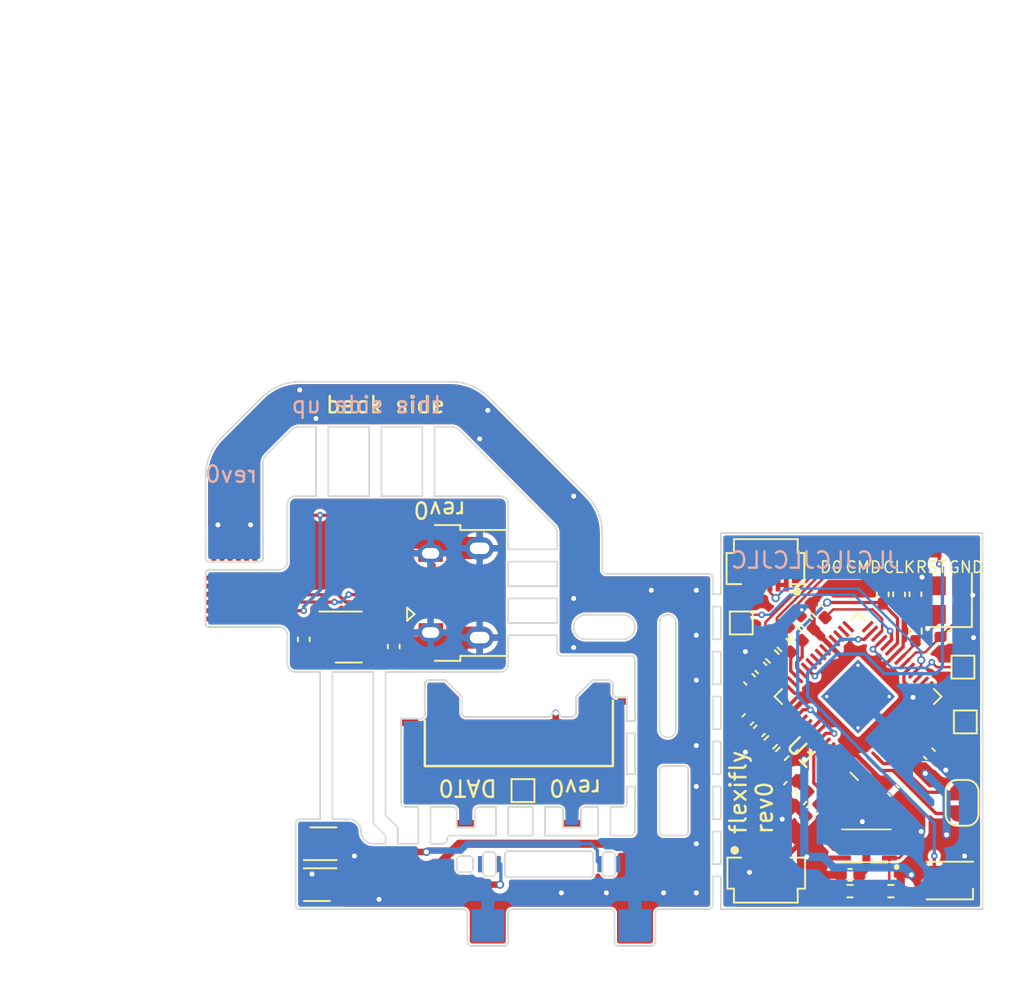
<source format=kicad_pcb>
(kicad_pcb (version 20221018) (generator pcbnew)

  (general
    (thickness 0.115)
  )

  (paper "A4")
  (layers
    (0 "F.Cu" signal)
    (31 "B.Cu" signal)
    (32 "B.Adhes" user "B.Adhesive")
    (33 "F.Adhes" user "F.Adhesive")
    (34 "B.Paste" user)
    (35 "F.Paste" user)
    (36 "B.SilkS" user "B.Silkscreen")
    (37 "F.SilkS" user "F.Silkscreen")
    (38 "B.Mask" user)
    (39 "F.Mask" user)
    (40 "Dwgs.User" user "User.Drawings")
    (41 "Cmts.User" user "User.Comments")
    (42 "Eco1.User" user "User.Eco1")
    (43 "Eco2.User" user "User.Eco2")
    (44 "Edge.Cuts" user)
    (45 "Margin" user)
    (46 "B.CrtYd" user "B.Courtyard")
    (47 "F.CrtYd" user "F.Courtyard")
    (48 "B.Fab" user)
    (49 "F.Fab" user)
    (50 "User.1" user)
    (51 "User.2" user)
    (52 "User.3" user)
    (53 "User.4" user)
    (54 "User.5" user)
    (55 "User.6" user)
    (56 "User.7" user)
    (57 "User.8" user)
    (58 "User.9" user)
  )

  (setup
    (stackup
      (layer "F.SilkS" (type "Top Silk Screen"))
      (layer "F.Paste" (type "Top Solder Paste"))
      (layer "F.Mask" (type "Top Solder Mask") (thickness 0.01))
      (layer "F.Cu" (type "copper") (thickness 0.035))
      (layer "dielectric 1" (type "core") (color "Polyimide") (thickness 0.025) (material "Polyimide") (epsilon_r 3.2) (loss_tangent 0.004))
      (layer "B.Cu" (type "copper") (thickness 0.035))
      (layer "B.Mask" (type "Bottom Solder Mask") (thickness 0.01))
      (layer "B.Paste" (type "Bottom Solder Paste"))
      (layer "B.SilkS" (type "Bottom Silk Screen"))
      (copper_finish "None")
      (dielectric_constraints no)
    )
    (pad_to_mask_clearance 0)
    (pcbplotparams
      (layerselection 0x00410fc_ffffffff)
      (plot_on_all_layers_selection 0x0000000_00000000)
      (disableapertmacros false)
      (usegerberextensions true)
      (usegerberattributes true)
      (usegerberadvancedattributes true)
      (creategerberjobfile false)
      (dashed_line_dash_ratio 12.000000)
      (dashed_line_gap_ratio 3.000000)
      (svgprecision 4)
      (plotframeref false)
      (viasonmask false)
      (mode 1)
      (useauxorigin false)
      (hpglpennumber 1)
      (hpglpenspeed 20)
      (hpglpendiameter 15.000000)
      (dxfpolygonmode true)
      (dxfimperialunits true)
      (dxfusepcbnewfont true)
      (psnegative false)
      (psa4output false)
      (plotreference true)
      (plotvalue false)
      (plotinvisibletext false)
      (sketchpadsonfab false)
      (subtractmaskfromsilk true)
      (outputformat 1)
      (mirror false)
      (drillshape 0)
      (scaleselection 1)
      (outputdirectory "production")
    )
  )

  (net 0 "")
  (net 1 "+3V3")
  (net 2 "GND")
  (net 3 "/XIN")
  (net 4 "Net-(C3-Pad2)")
  (net 5 "+1V1")
  (net 6 "GND1")
  (net 7 "VBUS")
  (net 8 "/STATUS_LED")
  (net 9 "Net-(J6-Pin_3)")
  (net 10 "GND2")
  (net 11 "/QSPI_~{CS}")
  (net 12 "/~{USB_BOOT}")
  (net 13 "/XOUT")
  (net 14 "/USB_DP")
  (net 15 "/DP")
  (net 16 "/NX_CLK")
  (net 17 "Net-(U1-GPIO27_ADC1)")
  (net 18 "/NX_CMD")
  (net 19 "Net-(U1-GPIO28_ADC2)")
  (net 20 "/NX_D0")
  (net 21 "Net-(U1-GPIO29_ADC3)")
  (net 22 "/RP2040_~{USB_BOOT}")
  (net 23 "/TRAINING_RESET_A")
  (net 24 "/TRAINING_RESET_B")
  (net 25 "unconnected-(U1-GPIO2-Pad4)")
  (net 26 "unconnected-(U1-GPIO3-Pad5)")
  (net 27 "unconnected-(U1-GPIO4-Pad6)")
  (net 28 "unconnected-(U1-GPIO5-Pad7)")
  (net 29 "unconnected-(U1-GPIO6-Pad8)")
  (net 30 "unconnected-(U1-GPIO7-Pad9)")
  (net 31 "unconnected-(U1-GPIO8-Pad11)")
  (net 32 "unconnected-(U1-GPIO9-Pad12)")
  (net 33 "unconnected-(U1-GPIO10-Pad13)")
  (net 34 "unconnected-(U1-GPIO11-Pad14)")
  (net 35 "unconnected-(U1-GPIO12-Pad15)")
  (net 36 "unconnected-(U1-GPIO13-Pad16)")
  (net 37 "unconnected-(U1-GPIO14-Pad17)")
  (net 38 "/NX_CPU")
  (net 39 "/SWCLK")
  (net 40 "/SWD")
  (net 41 "/RUN")
  (net 42 "unconnected-(U1-GPIO17-Pad28)")
  (net 43 "unconnected-(U1-GPIO18-Pad29)")
  (net 44 "unconnected-(U1-GPIO19-Pad30)")
  (net 45 "unconnected-(U1-GPIO20-Pad31)")
  (net 46 "unconnected-(U1-GPIO21-Pad32)")
  (net 47 "unconnected-(U1-GPIO22-Pad34)")
  (net 48 "unconnected-(U1-GPIO23-Pad35)")
  (net 49 "unconnected-(U1-GPIO24-Pad36)")
  (net 50 "unconnected-(U1-GPIO25-Pad37)")
  (net 51 "/NX_RST")
  (net 52 "/QSPI_SD3")
  (net 53 "/QSPI_CLK")
  (net 54 "/QSPI_SD0")
  (net 55 "/QSPI_SD2")
  (net 56 "/QSPI_SD1")
  (net 57 "/D+")
  (net 58 "/D-")
  (net 59 "Net-(C16-Pad1)")
  (net 60 "Net-(C15-Pad1)")
  (net 61 "/DAT0")
  (net 62 "unconnected-(J3-ID-Pad4)")
  (net 63 "/USB_DN")
  (net 64 "/DN")
  (net 65 "unconnected-(C15-Pad2)")
  (net 66 "unconnected-(C16-Pad2)")
  (net 67 "unconnected-(J2-Pin_1-Pad1)")
  (net 68 "unconnected-(J2-Pin_2-Pad2)")
  (net 69 "unconnected-(J2-Pin_5-Pad5)")
  (net 70 "unconnected-(J2-Pin_6-Pad6)")
  (net 71 "unconnected-(D1-DOUT-Pad1)")

  (footprint "TestPoint:TestPoint_Pad_1.0x1.0mm" (layer "F.Cu") (at 129 57.75))

  (footprint "Capacitor_SMD:C_0402_1005Metric_Pad0.74x0.62mm_HandSolder" (layer "F.Cu") (at 140.5 65.75 135))

  (footprint "Capacitor_SMD:C_0402_1005Metric_Pad0.74x0.62mm_HandSolder" (layer "F.Cu") (at 130.1 64.35 45))

  (footprint "Capacitor_SMD:C_0402_1005Metric_Pad0.74x0.62mm_HandSolder" (layer "F.Cu") (at 139.65 56 -90))

  (footprint "Resistor_SMD:R_0402_1005Metric_Pad0.72x0.64mm_HandSolder" (layer "F.Cu") (at 133.7 57 -45))

  (footprint "TestPoint:TestPoint_Pad_1.0x1.0mm" (layer "F.Cu") (at 115.65 68 180))

  (footprint "Capacitor_SMD:C_0402_1005Metric_Pad0.74x0.62mm_HandSolder" (layer "F.Cu") (at 137.65 56 -90))

  (footprint "flexifly:FPC_1x06_P0.50mm" (layer "F.Cu") (at 97 56.25 90))

  (footprint "TestPoint:TestPoint_Pad_1.0x1.0mm" (layer "F.Cu") (at 138.75 53.25))

  (footprint "TestPoint:TestPoint_Pad_1.0x1.0mm" (layer "F.Cu") (at 142.75 53.25))

  (footprint "TestPoint:TestPoint_Pad_1.0x1.0mm" (layer "F.Cu") (at 142.55 60.45))

  (footprint "flexifly:HCTL_HC-FPC-05-09-6RLTAG_1x06-1MP_P0.50mm_Horizontal" (layer "F.Cu") (at 130.5 52.525 180))

  (footprint "flexifly:dat0_adapter" (layer "F.Cu") (at 115.4 63.5 180))

  (footprint "TestPoint:TestPoint_Pad_1.0x1.0mm" (layer "F.Cu") (at 140.75 53.25))

  (footprint "Capacitor_SMD:C_0402_1005Metric_Pad0.74x0.62mm_HandSolder" (layer "F.Cu") (at 133.35 69.2 45))

  (footprint "Crystal:Crystal_SMD_2520-4Pin_2.5x2.0mm" (layer "F.Cu") (at 141.7 56.35 90))

  (footprint "Capacitor_SMD:C_0402_1005Metric_Pad0.74x0.62mm_HandSolder" (layer "F.Cu") (at 131.95 67.8 45))

  (footprint "Resistor_SMD:R_0402_1005Metric_Pad0.72x0.64mm_HandSolder" (layer "F.Cu") (at 131.5 65.75 45))

  (footprint "Capacitor_SMD:C_0402_1005Metric_Pad0.74x0.62mm_HandSolder" (layer "F.Cu") (at 138.3 68 135))

  (footprint "Capacitor_SMD:C_0402_1005Metric_Pad0.74x0.62mm_HandSolder" (layer "F.Cu") (at 102.25 58.75 90))

  (footprint "flexifly:W25QxxxxUXxx" (layer "F.Cu") (at 136.65 71.375))

  (footprint "Capacitor_SMD:C_0402_1005Metric_Pad0.74x0.62mm_HandSolder" (layer "F.Cu") (at 138.65 56 -90))

  (footprint "TestPoint:TestPoint_Pad_1.0x1.0mm" (layer "F.Cu") (at 142.7 63.8))

  (footprint "TestPoint:TestPoint_Pad_1.0x1.0mm" (layer "F.Cu") (at 136.75 53.25))

  (footprint "Capacitor_SMD:C_0402_1005Metric_Pad0.74x0.62mm_HandSolder" (layer "F.Cu") (at 133 57.7 -45))

  (footprint "Capacitor_SMD:C_0402_1005Metric_Pad0.74x0.62mm_HandSolder" (layer "F.Cu") (at 107.75 59.19 -90))

  (footprint "TestPoint:TestPoint_Pad_1.0x1.0mm" (layer "F.Cu") (at 134.75 53.25))

  (footprint "flexifly:MicroFET_2x2" (layer "F.Cu") (at 103.25 73.75 90))

  (footprint "flexifly:Conn_BGA_shim" (layer "F.Cu") (at 117.65 63.25 180))

  (footprint "flexifly:SW_SPST_XKB_1187A-B-A-B" (layer "F.Cu") (at 105.065 53.04 180))

  (footprint "Capacitor_SMD:C_0402_1005Metric_Pad0.74x0.62mm_HandSolder" (layer "F.Cu") (at 130.2 60.5 -45))

  (footprint "Jumper:SolderJumper-2_P1.3mm_Open_RoundedPad1.0x1.5mm" (layer "F.Cu") (at 142.5 68.75 -90))

  (footprint "Package_TO_SOT_SMD:SOT-23-3" (layer "F.Cu") (at 105 58.61))

  (footprint "Capacitor_SMD:C_0402_1005Metric_Pad0.74x0.62mm_HandSolder" (layer "F.Cu") (at 129.5 61.2 -45))

  (footprint "Capacitor_SMD:C_0402_1005Metric_Pad0.74x0.62mm_HandSolder" (layer "F.Cu") (at 141.75 58.6 180))

  (footprint "flexifly:MicroFET_2x2" (layer "F.Cu") (at 103.25 71.25 -90))

  (footprint "Resistor_SMD:R_0402_1005Metric_Pad0.72x0.64mm_HandSolder" (layer "F.Cu") (at 138.15 74.15 180))

  (footprint "flexifly:FPC_1x06_P0.50mm" (layer "F.Cu") (at 98 53.25 180))

  (footprint "LED_SMD:LED_WS2812B-2020_PLCC4_2.0x2.0mm" (layer "F.Cu") (at 141.75 73.5 180))

  (footprint "Capacitor_SMD:C_0402_1005Metric_Pad0.74x0.62mm_HandSolder" (layer "F.Cu") (at 132.65 68.5 45))

  (footprint "Capacitor_SMD:C_0402_1005Metric_Pad0.74x0.62mm_HandSolder" (layer "F.Cu") (at 135.65 73.15))

  (footprint "Capacitor_SMD:C_0402_1005Metric_Pad0.74x0.62mm_HandSolder" (layer "F.Cu") (at 129.4 63.65 -135))

  (footprint "Resistor_SMD:R_0402_1005Metric_Pad0.72x0.64mm_HandSolder" (layer "F.Cu") (at 135.65 74.15))

  (footprint "Resistor_SMD:R_0402_1005Metric_Pad0.72x0.64mm_HandSolder" (layer "F.Cu") (at 130.8 65.05 -135))

  (footprint "Connector_USB:USB_Micro-B_Amphenol_10103594-0001LF_Horizontal" (layer "F.Cu") (at 111.885 55.89 90))

  (footprint "Resistor_SMD:R_0402_1005Metric_Pad0.72x0.64mm_HandSolder" (layer "F.Cu") (at 132.3 58.4 -45))

  (footprint "Package_DFN_QFN:QFN-56-1EP_7x7mm_P0.4mm_EP3.2x3.2mm_ThermalVias" (layer "F.Cu") (at 136.134996 62.25 135))

  (footprint "Resistor_SMD:R_0402_1005Metric_Pad0.72x0.64mm_HandSolder" (layer "F.Cu") (at 130.9 59.8 -45))

  (footprint "Resistor_SMD:R_0402_1005Metric_Pad0.72x0.64mm_HandSolder" (layer "F.Cu") (at 131.6 59.1 -45))

  (footprint "flexifly:HCTL_HC-FPC-05-09-6RLTAG_1x06-1MP_P0.50mm_Horizontal" (layer "F.Cu") (at 130.5 74.95))

  (footprint "Resistor_SMD:R_0402_1005Metric_Pad0.72x0.64mm_HandSolder" (layer "F.Cu") (at 139.65 58.25 -90))

  (footprint "flexifly:APU_package_cap_conn" (layer "B.Cu") (at 120.9 72.5))

  (footprint "TestPoint:TestPoint_Pad_2.0x2.0mm" (layer "B.Cu") (at 122.5 76.25 180))

  (footprint "flexifly:APU_package_cap_conn" (layer "B.Cu")
    (tstamp 8edbcfb1-73c1-40e4-9fef-4ce314144712)
    (at 113.6 72.5 180)
    (property "Sheetfile" "flexifly.kicad_sch")
    (property "Sheetname" "")
    (property "dnp" "")
    (property "exclude_from_bom" "")
    (property "ki_description" "Unpolarized capacitor, small symbol")
    (property "ki_keywords" "capacitor cap")
    (path "/a402880f-0e96-409e-995b-8f5cb27b5cef")
    (attr exclude_from_pos_files exclude_from_bom)
    (fp_text reference "C15" (at 0 1.6 unlocked) (layer "B.SilkS") hide
        (effects (font (size 1 1) (thickness 0.15)) (justify mirror))
      (tstamp 0aaa090c-d0b5-4f3a-b7fc-c7274eb89534)
    )
    (fp_text value "dnp" (at 0 -1.4 unlocked) (layer "B.Fab")
        (effects (font (size 1 1) (thickness 0.15)) (justify mirror))
      (tstamp 610905ea-d695-4fcf-a3d3-1a2adc2db49e)
    )
    (fp_line (start -0.4 0.
... [371747 chars truncated]
</source>
